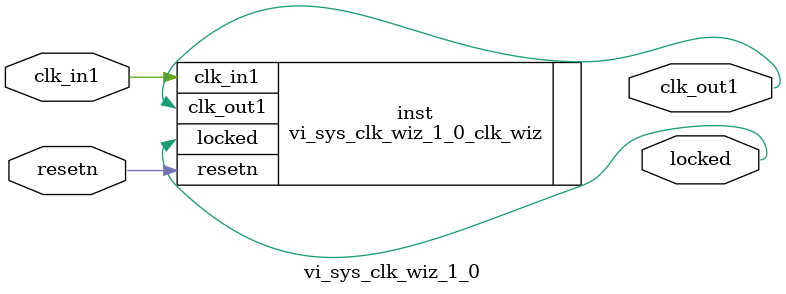
<source format=v>


`timescale 1ps/1ps

(* CORE_GENERATION_INFO = "vi_sys_clk_wiz_1_0,clk_wiz_v6_0_0_0,{component_name=vi_sys_clk_wiz_1_0,use_phase_alignment=true,use_min_o_jitter=false,use_max_i_jitter=false,use_dyn_phase_shift=false,use_inclk_switchover=false,use_dyn_reconfig=false,enable_axi=0,feedback_source=FDBK_AUTO,PRIMITIVE=MMCM,num_out_clk=1,clkin1_period=10.000,clkin2_period=10.000,use_power_down=false,use_reset=true,use_locked=true,use_inclk_stopped=false,feedback_type=SINGLE,CLOCK_MGR_TYPE=NA,manual_override=false}" *)

module vi_sys_clk_wiz_1_0 
 (
  // Clock out ports
  output        clk_out1,
  // Status and control signals
  input         resetn,
  output        locked,
 // Clock in ports
  input         clk_in1
 );

  vi_sys_clk_wiz_1_0_clk_wiz inst
  (
  // Clock out ports  
  .clk_out1(clk_out1),
  // Status and control signals               
  .resetn(resetn), 
  .locked(locked),
 // Clock in ports
  .clk_in1(clk_in1)
  );

endmodule

</source>
